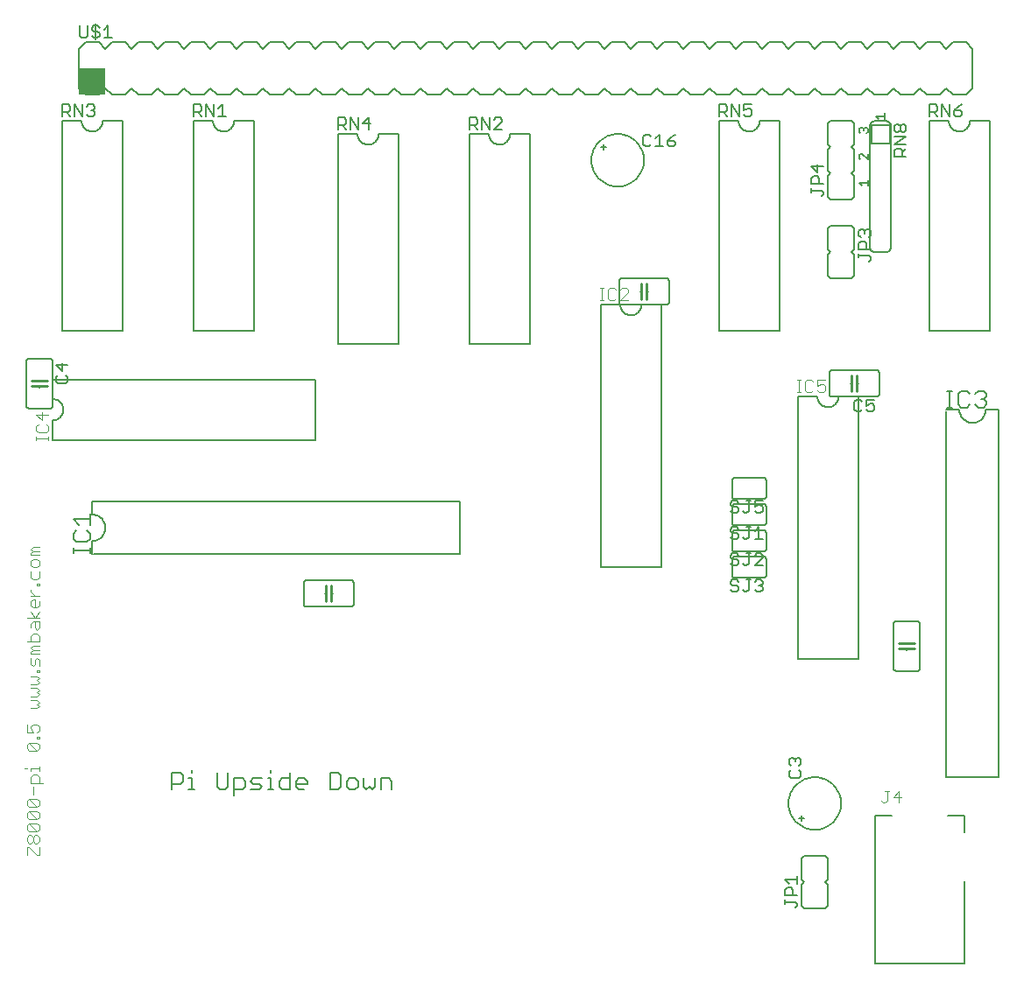
<source format=gto>
G75*
%MOIN*%
%OFA0B0*%
%FSLAX24Y24*%
%IPPOS*%
%LPD*%
%AMOC8*
5,1,8,0,0,1.08239X$1,22.5*
%
%ADD10C,0.0040*%
%ADD11C,0.0060*%
%ADD12C,0.0100*%
%ADD13C,0.0050*%
%ADD14C,0.0070*%
%ADD15C,0.0080*%
%ADD16R,0.1000X0.1000*%
D10*
X001700Y004254D02*
X001700Y004561D01*
X001776Y004561D01*
X002083Y004254D01*
X002160Y004254D01*
X002160Y004561D01*
X002083Y004715D02*
X002007Y004715D01*
X001930Y004792D01*
X001930Y004945D01*
X002007Y005022D01*
X002083Y005022D01*
X002160Y004945D01*
X002160Y004792D01*
X002083Y004715D01*
X001930Y004792D02*
X001853Y004715D01*
X001776Y004715D01*
X001700Y004792D01*
X001700Y004945D01*
X001776Y005022D01*
X001853Y005022D01*
X001930Y004945D01*
X002083Y005175D02*
X001776Y005482D01*
X002083Y005482D01*
X002160Y005405D01*
X002160Y005252D01*
X002083Y005175D01*
X001776Y005175D01*
X001700Y005252D01*
X001700Y005405D01*
X001776Y005482D01*
X001776Y005636D02*
X001700Y005712D01*
X001700Y005866D01*
X001776Y005943D01*
X002083Y005636D01*
X002160Y005712D01*
X002160Y005866D01*
X002083Y005943D01*
X001776Y005943D01*
X001776Y006096D02*
X001700Y006173D01*
X001700Y006326D01*
X001776Y006403D01*
X002083Y006096D01*
X002160Y006173D01*
X002160Y006326D01*
X002083Y006403D01*
X001776Y006403D01*
X001930Y006556D02*
X001930Y006863D01*
X001853Y007017D02*
X001853Y007247D01*
X001930Y007324D01*
X002083Y007324D01*
X002160Y007247D01*
X002160Y007017D01*
X002313Y007017D02*
X001853Y007017D01*
X001853Y007477D02*
X001853Y007554D01*
X002160Y007554D01*
X002160Y007477D02*
X002160Y007631D01*
X001700Y007554D02*
X001623Y007554D01*
X001776Y008245D02*
X001700Y008321D01*
X001700Y008475D01*
X001776Y008551D01*
X002083Y008245D01*
X002160Y008321D01*
X002160Y008475D01*
X002083Y008551D01*
X001776Y008551D01*
X001776Y008245D02*
X002083Y008245D01*
X002083Y008705D02*
X002083Y008782D01*
X002160Y008782D01*
X002160Y008705D01*
X002083Y008705D01*
X002083Y008935D02*
X002160Y009012D01*
X002160Y009165D01*
X002083Y009242D01*
X001930Y009242D01*
X001853Y009165D01*
X001853Y009089D01*
X001930Y008935D01*
X001700Y008935D01*
X001700Y009242D01*
X001853Y009856D02*
X002083Y009856D01*
X002160Y009933D01*
X002083Y010009D01*
X002160Y010086D01*
X002083Y010163D01*
X001853Y010163D01*
X001853Y010316D02*
X002083Y010316D01*
X002160Y010393D01*
X002083Y010470D01*
X002160Y010547D01*
X002083Y010623D01*
X001853Y010623D01*
X001853Y010777D02*
X002083Y010777D01*
X002160Y010853D01*
X002083Y010930D01*
X002160Y011007D01*
X002083Y011084D01*
X001853Y011084D01*
X002083Y011237D02*
X002083Y011314D01*
X002160Y011314D01*
X002160Y011237D01*
X002083Y011237D01*
X002160Y011467D02*
X002160Y011697D01*
X002083Y011774D01*
X002007Y011697D01*
X002007Y011544D01*
X001930Y011467D01*
X001853Y011544D01*
X001853Y011774D01*
X001853Y011928D02*
X001853Y012004D01*
X001930Y012081D01*
X001853Y012158D01*
X001930Y012235D01*
X002160Y012235D01*
X002160Y012388D02*
X002160Y012618D01*
X002083Y012695D01*
X001930Y012695D01*
X001853Y012618D01*
X001853Y012388D01*
X001700Y012388D02*
X002160Y012388D01*
X002160Y012081D02*
X001930Y012081D01*
X001853Y011928D02*
X002160Y011928D01*
X002083Y012848D02*
X002007Y012925D01*
X002007Y013155D01*
X001930Y013155D02*
X002160Y013155D01*
X002160Y012925D01*
X002083Y012848D01*
X001853Y012925D02*
X001853Y013079D01*
X001930Y013155D01*
X002007Y013309D02*
X001853Y013539D01*
X001930Y013693D02*
X001853Y013769D01*
X001853Y013923D01*
X001930Y013999D01*
X002007Y013999D01*
X002007Y013693D01*
X002083Y013693D02*
X001930Y013693D01*
X002083Y013693D02*
X002160Y013769D01*
X002160Y013923D01*
X002160Y014153D02*
X001853Y014153D01*
X001853Y014306D02*
X001853Y014383D01*
X001853Y014306D02*
X002007Y014153D01*
X002083Y014537D02*
X002083Y014613D01*
X002160Y014613D01*
X002160Y014537D01*
X002083Y014537D01*
X002083Y014767D02*
X001930Y014767D01*
X001853Y014844D01*
X001853Y015074D01*
X001930Y015227D02*
X002083Y015227D01*
X002160Y015304D01*
X002160Y015457D01*
X002083Y015534D01*
X001930Y015534D01*
X001853Y015457D01*
X001853Y015304D01*
X001930Y015227D01*
X002160Y015074D02*
X002160Y014844D01*
X002083Y014767D01*
X002160Y015688D02*
X001853Y015688D01*
X001853Y015764D01*
X001930Y015841D01*
X001853Y015918D01*
X001930Y015994D01*
X002160Y015994D01*
X002160Y015841D02*
X001930Y015841D01*
X002160Y013539D02*
X002007Y013309D01*
X002160Y013309D02*
X001700Y013309D01*
X002050Y020054D02*
X002050Y020208D01*
X002050Y020131D02*
X002510Y020131D01*
X002510Y020054D02*
X002510Y020208D01*
X002433Y020361D02*
X002510Y020438D01*
X002510Y020592D01*
X002433Y020668D01*
X002280Y020822D02*
X002280Y021129D01*
X002510Y021052D02*
X002050Y021052D01*
X002280Y020822D01*
X002126Y020668D02*
X002050Y020592D01*
X002050Y020438D01*
X002126Y020361D01*
X002433Y020361D01*
X002083Y006096D02*
X001776Y006096D01*
X001776Y005636D02*
X002083Y005636D01*
X023500Y025404D02*
X023653Y025404D01*
X023577Y025404D02*
X023577Y025865D01*
X023653Y025865D02*
X023500Y025865D01*
X023807Y025788D02*
X023807Y025481D01*
X023884Y025404D01*
X024037Y025404D01*
X024114Y025481D01*
X024267Y025404D02*
X024574Y025711D01*
X024574Y025788D01*
X024498Y025865D01*
X024344Y025865D01*
X024267Y025788D01*
X024114Y025788D02*
X024037Y025865D01*
X023884Y025865D01*
X023807Y025788D01*
X024267Y025404D02*
X024574Y025404D01*
X031000Y022365D02*
X031153Y022365D01*
X031077Y022365D02*
X031077Y021904D01*
X031153Y021904D02*
X031000Y021904D01*
X031307Y021981D02*
X031307Y022288D01*
X031384Y022365D01*
X031537Y022365D01*
X031614Y022288D01*
X031767Y022365D02*
X031767Y022135D01*
X031921Y022211D01*
X031998Y022211D01*
X032074Y022135D01*
X032074Y021981D01*
X031998Y021904D01*
X031844Y021904D01*
X031767Y021981D01*
X031614Y021981D02*
X031537Y021904D01*
X031384Y021904D01*
X031307Y021981D01*
X031767Y022365D02*
X032074Y022365D01*
X034353Y006715D02*
X034507Y006715D01*
X034430Y006715D02*
X034430Y006331D01*
X034353Y006254D01*
X034277Y006254D01*
X034200Y006331D01*
X034660Y006485D02*
X034967Y006485D01*
X034891Y006715D02*
X034891Y006254D01*
X034660Y006485D02*
X034891Y006715D01*
D11*
X036680Y007234D02*
X036680Y021184D01*
X036680Y021234D02*
X037180Y021234D01*
X037182Y021190D01*
X037188Y021147D01*
X037197Y021105D01*
X037210Y021063D01*
X037227Y021023D01*
X037247Y020984D01*
X037270Y020947D01*
X037297Y020913D01*
X037326Y020880D01*
X037359Y020851D01*
X037393Y020824D01*
X037430Y020801D01*
X037469Y020781D01*
X037509Y020764D01*
X037551Y020751D01*
X037593Y020742D01*
X037636Y020736D01*
X037680Y020734D01*
X037724Y020736D01*
X037767Y020742D01*
X037809Y020751D01*
X037851Y020764D01*
X037891Y020781D01*
X037930Y020801D01*
X037967Y020824D01*
X038001Y020851D01*
X038034Y020880D01*
X038063Y020913D01*
X038090Y020947D01*
X038113Y020984D01*
X038133Y021023D01*
X038150Y021063D01*
X038163Y021105D01*
X038172Y021147D01*
X038178Y021190D01*
X038180Y021234D01*
X038680Y021234D01*
X038680Y007234D01*
X036680Y007234D01*
X035580Y011284D02*
X034780Y011284D01*
X034763Y011286D01*
X034746Y011290D01*
X034730Y011297D01*
X034716Y011307D01*
X034703Y011320D01*
X034693Y011334D01*
X034686Y011350D01*
X034682Y011367D01*
X034680Y011384D01*
X034680Y013084D01*
X034682Y013101D01*
X034686Y013118D01*
X034693Y013134D01*
X034703Y013148D01*
X034716Y013161D01*
X034730Y013171D01*
X034746Y013178D01*
X034763Y013182D01*
X034780Y013184D01*
X035580Y013184D01*
X035597Y013182D01*
X035614Y013178D01*
X035630Y013171D01*
X035644Y013161D01*
X035657Y013148D01*
X035667Y013134D01*
X035674Y013118D01*
X035678Y013101D01*
X035680Y013084D01*
X035680Y011384D01*
X035678Y011367D01*
X035674Y011350D01*
X035667Y011334D01*
X035657Y011320D01*
X035644Y011307D01*
X035630Y011297D01*
X035614Y011290D01*
X035597Y011286D01*
X035580Y011284D01*
X035180Y012084D02*
X035180Y012134D01*
X035180Y012334D02*
X035180Y012384D01*
X033330Y011734D02*
X031030Y011734D01*
X031030Y021734D01*
X031780Y021734D01*
X031782Y021695D01*
X031788Y021656D01*
X031797Y021618D01*
X031810Y021581D01*
X031827Y021545D01*
X031847Y021512D01*
X031871Y021480D01*
X031897Y021451D01*
X031926Y021425D01*
X031958Y021401D01*
X031991Y021381D01*
X032027Y021364D01*
X032064Y021351D01*
X032102Y021342D01*
X032141Y021336D01*
X032180Y021334D01*
X032219Y021336D01*
X032258Y021342D01*
X032296Y021351D01*
X032333Y021364D01*
X032369Y021381D01*
X032402Y021401D01*
X032434Y021425D01*
X032463Y021451D01*
X032489Y021480D01*
X032513Y021512D01*
X032533Y021545D01*
X032550Y021581D01*
X032563Y021618D01*
X032572Y021656D01*
X032578Y021695D01*
X032580Y021734D01*
X033330Y021734D01*
X033330Y011734D01*
X029830Y014934D02*
X029830Y015534D01*
X029828Y015551D01*
X029824Y015568D01*
X029817Y015584D01*
X029807Y015598D01*
X029794Y015611D01*
X029780Y015621D01*
X029764Y015628D01*
X029747Y015632D01*
X029730Y015634D01*
X028630Y015634D01*
X028613Y015632D01*
X028596Y015628D01*
X028580Y015621D01*
X028566Y015611D01*
X028553Y015598D01*
X028543Y015584D01*
X028536Y015568D01*
X028532Y015551D01*
X028530Y015534D01*
X028530Y014934D01*
X028532Y014917D01*
X028536Y014900D01*
X028543Y014884D01*
X028553Y014870D01*
X028566Y014857D01*
X028580Y014847D01*
X028596Y014840D01*
X028613Y014836D01*
X028630Y014834D01*
X029730Y014834D01*
X029747Y014836D01*
X029764Y014840D01*
X029780Y014847D01*
X029794Y014857D01*
X029807Y014870D01*
X029817Y014884D01*
X029824Y014900D01*
X029828Y014917D01*
X029830Y014934D01*
X029730Y015834D02*
X028630Y015834D01*
X028613Y015836D01*
X028596Y015840D01*
X028580Y015847D01*
X028566Y015857D01*
X028553Y015870D01*
X028543Y015884D01*
X028536Y015900D01*
X028532Y015917D01*
X028530Y015934D01*
X028530Y016534D01*
X028532Y016551D01*
X028536Y016568D01*
X028543Y016584D01*
X028553Y016598D01*
X028566Y016611D01*
X028580Y016621D01*
X028596Y016628D01*
X028613Y016632D01*
X028630Y016634D01*
X029730Y016634D01*
X029747Y016632D01*
X029764Y016628D01*
X029780Y016621D01*
X029794Y016611D01*
X029807Y016598D01*
X029817Y016584D01*
X029824Y016568D01*
X029828Y016551D01*
X029830Y016534D01*
X029830Y015934D01*
X029828Y015917D01*
X029824Y015900D01*
X029817Y015884D01*
X029807Y015870D01*
X029794Y015857D01*
X029780Y015847D01*
X029764Y015840D01*
X029747Y015836D01*
X029730Y015834D01*
X029730Y016834D02*
X028630Y016834D01*
X028613Y016836D01*
X028596Y016840D01*
X028580Y016847D01*
X028566Y016857D01*
X028553Y016870D01*
X028543Y016884D01*
X028536Y016900D01*
X028532Y016917D01*
X028530Y016934D01*
X028530Y017534D01*
X028532Y017551D01*
X028536Y017568D01*
X028543Y017584D01*
X028553Y017598D01*
X028566Y017611D01*
X028580Y017621D01*
X028596Y017628D01*
X028613Y017632D01*
X028630Y017634D01*
X029730Y017634D01*
X029747Y017632D01*
X029764Y017628D01*
X029780Y017621D01*
X029794Y017611D01*
X029807Y017598D01*
X029817Y017584D01*
X029824Y017568D01*
X029828Y017551D01*
X029830Y017534D01*
X029830Y016934D01*
X029828Y016917D01*
X029824Y016900D01*
X029817Y016884D01*
X029807Y016870D01*
X029794Y016857D01*
X029780Y016847D01*
X029764Y016840D01*
X029747Y016836D01*
X029730Y016834D01*
X029730Y017834D02*
X028630Y017834D01*
X028613Y017836D01*
X028596Y017840D01*
X028580Y017847D01*
X028566Y017857D01*
X028553Y017870D01*
X028543Y017884D01*
X028536Y017900D01*
X028532Y017917D01*
X028530Y017934D01*
X028530Y018534D01*
X028532Y018551D01*
X028536Y018568D01*
X028543Y018584D01*
X028553Y018598D01*
X028566Y018611D01*
X028580Y018621D01*
X028596Y018628D01*
X028613Y018632D01*
X028630Y018634D01*
X029730Y018634D01*
X029747Y018632D01*
X029764Y018628D01*
X029780Y018621D01*
X029794Y018611D01*
X029807Y018598D01*
X029817Y018584D01*
X029824Y018568D01*
X029828Y018551D01*
X029830Y018534D01*
X029830Y017934D01*
X029828Y017917D01*
X029824Y017900D01*
X029817Y017884D01*
X029807Y017870D01*
X029794Y017857D01*
X029780Y017847D01*
X029764Y017840D01*
X029747Y017836D01*
X029730Y017834D01*
X025830Y015234D02*
X023530Y015234D01*
X023530Y025234D01*
X024280Y025234D01*
X024330Y025234D02*
X026030Y025234D01*
X026047Y025236D01*
X026064Y025240D01*
X026080Y025247D01*
X026094Y025257D01*
X026107Y025270D01*
X026117Y025284D01*
X026124Y025300D01*
X026128Y025317D01*
X026130Y025334D01*
X026130Y026134D01*
X026128Y026151D01*
X026124Y026168D01*
X026117Y026184D01*
X026107Y026198D01*
X026094Y026211D01*
X026080Y026221D01*
X026064Y026228D01*
X026047Y026232D01*
X026030Y026234D01*
X024330Y026234D01*
X024313Y026232D01*
X024296Y026228D01*
X024280Y026221D01*
X024266Y026211D01*
X024253Y026198D01*
X024243Y026184D01*
X024236Y026168D01*
X024232Y026151D01*
X024230Y026134D01*
X024230Y025334D01*
X024232Y025317D01*
X024236Y025300D01*
X024243Y025284D01*
X024253Y025270D01*
X024266Y025257D01*
X024280Y025247D01*
X024296Y025240D01*
X024313Y025236D01*
X024330Y025234D01*
X024280Y025234D02*
X024282Y025195D01*
X024288Y025156D01*
X024297Y025118D01*
X024310Y025081D01*
X024327Y025045D01*
X024347Y025012D01*
X024371Y024980D01*
X024397Y024951D01*
X024426Y024925D01*
X024458Y024901D01*
X024491Y024881D01*
X024527Y024864D01*
X024564Y024851D01*
X024602Y024842D01*
X024641Y024836D01*
X024680Y024834D01*
X024719Y024836D01*
X024758Y024842D01*
X024796Y024851D01*
X024833Y024864D01*
X024869Y024881D01*
X024902Y024901D01*
X024934Y024925D01*
X024963Y024951D01*
X024989Y024980D01*
X025013Y025012D01*
X025033Y025045D01*
X025050Y025081D01*
X025063Y025118D01*
X025072Y025156D01*
X025078Y025195D01*
X025080Y025234D01*
X025830Y025234D01*
X025830Y015234D01*
X032330Y021734D02*
X034030Y021734D01*
X034047Y021736D01*
X034064Y021740D01*
X034080Y021747D01*
X034094Y021757D01*
X034107Y021770D01*
X034117Y021784D01*
X034124Y021800D01*
X034128Y021817D01*
X034130Y021834D01*
X034130Y022634D01*
X034128Y022651D01*
X034124Y022668D01*
X034117Y022684D01*
X034107Y022698D01*
X034094Y022711D01*
X034080Y022721D01*
X034064Y022728D01*
X034047Y022732D01*
X034030Y022734D01*
X032330Y022734D01*
X032313Y022732D01*
X032296Y022728D01*
X032280Y022721D01*
X032266Y022711D01*
X032253Y022698D01*
X032243Y022684D01*
X032236Y022668D01*
X032232Y022651D01*
X032230Y022634D01*
X032230Y021834D01*
X032232Y021817D01*
X032236Y021800D01*
X032243Y021784D01*
X032253Y021770D01*
X032266Y021757D01*
X032280Y021747D01*
X032296Y021740D01*
X032313Y021736D01*
X032330Y021734D01*
X033030Y022234D02*
X033080Y022234D01*
X033280Y022234D02*
X033330Y022234D01*
X036030Y024234D02*
X038330Y024234D01*
X038330Y032234D01*
X037580Y032234D01*
X037578Y032195D01*
X037572Y032156D01*
X037563Y032118D01*
X037550Y032081D01*
X037533Y032045D01*
X037513Y032012D01*
X037489Y031980D01*
X037463Y031951D01*
X037434Y031925D01*
X037402Y031901D01*
X037369Y031881D01*
X037333Y031864D01*
X037296Y031851D01*
X037258Y031842D01*
X037219Y031836D01*
X037180Y031834D01*
X037141Y031836D01*
X037102Y031842D01*
X037064Y031851D01*
X037027Y031864D01*
X036991Y031881D01*
X036958Y031901D01*
X036926Y031925D01*
X036897Y031951D01*
X036871Y031980D01*
X036847Y032012D01*
X036827Y032045D01*
X036810Y032081D01*
X036797Y032118D01*
X036788Y032156D01*
X036782Y032195D01*
X036780Y032234D01*
X036030Y032234D01*
X036030Y024234D01*
X033180Y026334D02*
X033180Y027134D01*
X033080Y027234D01*
X033180Y027334D01*
X033180Y028134D01*
X033080Y028234D01*
X032280Y028234D01*
X032180Y028134D01*
X032180Y027334D01*
X032280Y027234D01*
X032180Y027134D01*
X032180Y026334D01*
X032280Y026234D01*
X033080Y026234D01*
X033180Y026334D01*
X033980Y027234D02*
X034380Y027234D01*
X034406Y027236D01*
X034432Y027241D01*
X034457Y027249D01*
X034480Y027261D01*
X034502Y027275D01*
X034521Y027293D01*
X034539Y027312D01*
X034553Y027334D01*
X034565Y027357D01*
X034573Y027382D01*
X034578Y027408D01*
X034580Y027434D01*
X034580Y032034D01*
X034530Y032084D02*
X033830Y032084D01*
X033830Y031384D01*
X034530Y031384D01*
X034530Y032084D01*
X034580Y032034D02*
X034578Y032060D01*
X034573Y032086D01*
X034565Y032111D01*
X034553Y032134D01*
X034539Y032156D01*
X034521Y032175D01*
X034502Y032193D01*
X034480Y032207D01*
X034457Y032219D01*
X034432Y032227D01*
X034406Y032232D01*
X034380Y032234D01*
X033980Y032234D01*
X033954Y032232D01*
X033928Y032227D01*
X033903Y032219D01*
X033880Y032207D01*
X033858Y032193D01*
X033839Y032175D01*
X033821Y032156D01*
X033807Y032134D01*
X033795Y032111D01*
X033787Y032086D01*
X033782Y032060D01*
X033780Y032034D01*
X033780Y027434D01*
X033782Y027408D01*
X033787Y027382D01*
X033795Y027357D01*
X033807Y027334D01*
X033821Y027312D01*
X033839Y027293D01*
X033858Y027275D01*
X033880Y027261D01*
X033903Y027249D01*
X033928Y027241D01*
X033954Y027236D01*
X033980Y027234D01*
X033080Y029234D02*
X032280Y029234D01*
X032180Y029334D01*
X032180Y030134D01*
X032280Y030234D01*
X032180Y030334D01*
X032180Y031134D01*
X032280Y031234D01*
X032180Y031334D01*
X032180Y032134D01*
X032280Y032234D01*
X033080Y032234D01*
X033180Y032134D01*
X033180Y031334D01*
X033080Y031234D01*
X033180Y031134D01*
X033180Y030334D01*
X033080Y030234D01*
X033180Y030134D01*
X033180Y029334D01*
X033080Y029234D01*
X030330Y032234D02*
X029580Y032234D01*
X029578Y032195D01*
X029572Y032156D01*
X029563Y032118D01*
X029550Y032081D01*
X029533Y032045D01*
X029513Y032012D01*
X029489Y031980D01*
X029463Y031951D01*
X029434Y031925D01*
X029402Y031901D01*
X029369Y031881D01*
X029333Y031864D01*
X029296Y031851D01*
X029258Y031842D01*
X029219Y031836D01*
X029180Y031834D01*
X029141Y031836D01*
X029102Y031842D01*
X029064Y031851D01*
X029027Y031864D01*
X028991Y031881D01*
X028958Y031901D01*
X028926Y031925D01*
X028897Y031951D01*
X028871Y031980D01*
X028847Y032012D01*
X028827Y032045D01*
X028810Y032081D01*
X028797Y032118D01*
X028788Y032156D01*
X028782Y032195D01*
X028780Y032234D01*
X028030Y032234D01*
X028030Y024234D01*
X030330Y024234D01*
X030330Y032234D01*
X030430Y033234D02*
X029930Y033234D01*
X029680Y033484D01*
X029430Y033234D01*
X028930Y033234D01*
X028680Y033484D01*
X028430Y033234D01*
X027930Y033234D01*
X027680Y033484D01*
X027430Y033234D01*
X026930Y033234D01*
X026680Y033484D01*
X026430Y033234D01*
X025930Y033234D01*
X025680Y033484D01*
X025430Y033234D01*
X024930Y033234D01*
X024680Y033484D01*
X024430Y033234D01*
X023930Y033234D01*
X023680Y033484D01*
X023430Y033234D01*
X022930Y033234D01*
X022680Y033484D01*
X022430Y033234D01*
X021930Y033234D01*
X021680Y033484D01*
X021430Y033234D01*
X020930Y033234D01*
X020680Y033484D01*
X020430Y033234D01*
X019930Y033234D01*
X019680Y033484D01*
X019430Y033234D01*
X018930Y033234D01*
X018680Y033484D01*
X018430Y033234D01*
X017930Y033234D01*
X017680Y033484D01*
X017430Y033234D01*
X016930Y033234D01*
X016680Y033484D01*
X016430Y033234D01*
X015930Y033234D01*
X015680Y033484D01*
X015430Y033234D01*
X014930Y033234D01*
X014680Y033484D01*
X014430Y033234D01*
X013930Y033234D01*
X013680Y033484D01*
X013430Y033234D01*
X012930Y033234D01*
X012680Y033484D01*
X012430Y033234D01*
X011930Y033234D01*
X011680Y033484D01*
X011430Y033234D01*
X010930Y033234D01*
X010680Y033484D01*
X010430Y033234D01*
X009930Y033234D01*
X009680Y033484D01*
X009430Y033234D01*
X008930Y033234D01*
X008680Y033484D01*
X008430Y033234D01*
X007930Y033234D01*
X007680Y033484D01*
X007430Y033234D01*
X006930Y033234D01*
X006680Y033484D01*
X006430Y033234D01*
X005930Y033234D01*
X005680Y033484D01*
X005430Y033234D01*
X004930Y033234D01*
X004680Y033484D01*
X004430Y033234D01*
X003930Y033234D01*
X003680Y033484D01*
X003680Y034984D01*
X003930Y035234D01*
X004430Y035234D01*
X004680Y034984D01*
X004930Y035234D01*
X005430Y035234D01*
X005680Y034984D01*
X005930Y035234D01*
X006430Y035234D01*
X006680Y034984D01*
X006930Y035234D01*
X007430Y035234D01*
X007680Y034984D01*
X007930Y035234D01*
X008430Y035234D01*
X008680Y034984D01*
X008930Y035234D01*
X009430Y035234D01*
X009680Y034984D01*
X009930Y035234D01*
X010430Y035234D01*
X010680Y034984D01*
X010930Y035234D01*
X011430Y035234D01*
X011680Y034984D01*
X011930Y035234D01*
X012430Y035234D01*
X012680Y034984D01*
X012930Y035234D01*
X013430Y035234D01*
X013680Y034984D01*
X013930Y035234D01*
X014430Y035234D01*
X014680Y034984D01*
X014930Y035234D01*
X015430Y035234D01*
X015680Y034984D01*
X015930Y035234D01*
X016430Y035234D01*
X016680Y034984D01*
X016930Y035234D01*
X017430Y035234D01*
X017680Y034984D01*
X017930Y035234D01*
X018430Y035234D01*
X018680Y034984D01*
X018930Y035234D01*
X019430Y035234D01*
X019680Y034984D01*
X019930Y035234D01*
X020430Y035234D01*
X020680Y034984D01*
X020930Y035234D01*
X021430Y035234D01*
X021680Y034984D01*
X021930Y035234D01*
X022430Y035234D01*
X022680Y034984D01*
X022930Y035234D01*
X023430Y035234D01*
X023680Y034984D01*
X023930Y035234D01*
X024430Y035234D01*
X024680Y034984D01*
X024930Y035234D01*
X025430Y035234D01*
X025680Y034984D01*
X025930Y035234D01*
X026430Y035234D01*
X026680Y034984D01*
X026930Y035234D01*
X027430Y035234D01*
X027680Y034984D01*
X027930Y035234D01*
X028430Y035234D01*
X028680Y034984D01*
X028930Y035234D01*
X029430Y035234D01*
X029680Y034984D01*
X029930Y035234D01*
X030430Y035234D01*
X030680Y034984D01*
X030930Y035234D01*
X031430Y035234D01*
X031680Y034984D01*
X031930Y035234D01*
X032430Y035234D01*
X032680Y034984D01*
X032930Y035234D01*
X033430Y035234D01*
X033680Y034984D01*
X033930Y035234D01*
X034430Y035234D01*
X034680Y034984D01*
X034930Y035234D01*
X035430Y035234D01*
X035680Y034984D01*
X035930Y035234D01*
X036430Y035234D01*
X036680Y034984D01*
X036930Y035234D01*
X037430Y035234D01*
X037680Y034984D01*
X037680Y033484D01*
X037430Y033234D01*
X036930Y033234D01*
X036680Y033484D01*
X036430Y033234D01*
X035930Y033234D01*
X035680Y033484D01*
X035430Y033234D01*
X034930Y033234D01*
X034680Y033484D01*
X034430Y033234D01*
X033930Y033234D01*
X033680Y033484D01*
X033430Y033234D01*
X032930Y033234D01*
X032680Y033484D01*
X032430Y033234D01*
X031930Y033234D01*
X031680Y033484D01*
X031430Y033234D01*
X030930Y033234D01*
X030680Y033484D01*
X030430Y033234D01*
X023180Y030734D02*
X023182Y030797D01*
X023188Y030859D01*
X023198Y030921D01*
X023211Y030983D01*
X023229Y031043D01*
X023250Y031102D01*
X023275Y031160D01*
X023304Y031216D01*
X023336Y031270D01*
X023371Y031322D01*
X023409Y031371D01*
X023451Y031419D01*
X023495Y031463D01*
X023543Y031505D01*
X023592Y031543D01*
X023644Y031578D01*
X023698Y031610D01*
X023754Y031639D01*
X023812Y031664D01*
X023871Y031685D01*
X023931Y031703D01*
X023993Y031716D01*
X024055Y031726D01*
X024117Y031732D01*
X024180Y031734D01*
X024243Y031732D01*
X024305Y031726D01*
X024367Y031716D01*
X024429Y031703D01*
X024489Y031685D01*
X024548Y031664D01*
X024606Y031639D01*
X024662Y031610D01*
X024716Y031578D01*
X024768Y031543D01*
X024817Y031505D01*
X024865Y031463D01*
X024909Y031419D01*
X024951Y031371D01*
X024989Y031322D01*
X025024Y031270D01*
X025056Y031216D01*
X025085Y031160D01*
X025110Y031102D01*
X025131Y031043D01*
X025149Y030983D01*
X025162Y030921D01*
X025172Y030859D01*
X025178Y030797D01*
X025180Y030734D01*
X025178Y030671D01*
X025172Y030609D01*
X025162Y030547D01*
X025149Y030485D01*
X025131Y030425D01*
X025110Y030366D01*
X025085Y030308D01*
X025056Y030252D01*
X025024Y030198D01*
X024989Y030146D01*
X024951Y030097D01*
X024909Y030049D01*
X024865Y030005D01*
X024817Y029963D01*
X024768Y029925D01*
X024716Y029890D01*
X024662Y029858D01*
X024606Y029829D01*
X024548Y029804D01*
X024489Y029783D01*
X024429Y029765D01*
X024367Y029752D01*
X024305Y029742D01*
X024243Y029736D01*
X024180Y029734D01*
X024117Y029736D01*
X024055Y029742D01*
X023993Y029752D01*
X023931Y029765D01*
X023871Y029783D01*
X023812Y029804D01*
X023754Y029829D01*
X023698Y029858D01*
X023644Y029890D01*
X023592Y029925D01*
X023543Y029963D01*
X023495Y030005D01*
X023451Y030049D01*
X023409Y030097D01*
X023371Y030146D01*
X023336Y030198D01*
X023304Y030252D01*
X023275Y030308D01*
X023250Y030366D01*
X023229Y030425D01*
X023211Y030485D01*
X023198Y030547D01*
X023188Y030609D01*
X023182Y030671D01*
X023180Y030734D01*
X023630Y031134D02*
X023630Y031234D01*
X023630Y031334D01*
X023630Y031234D02*
X023730Y031234D01*
X023630Y031234D02*
X023530Y031234D01*
X020830Y031734D02*
X020080Y031734D01*
X020078Y031695D01*
X020072Y031656D01*
X020063Y031618D01*
X020050Y031581D01*
X020033Y031545D01*
X020013Y031512D01*
X019989Y031480D01*
X019963Y031451D01*
X019934Y031425D01*
X019902Y031401D01*
X019869Y031381D01*
X019833Y031364D01*
X019796Y031351D01*
X019758Y031342D01*
X019719Y031336D01*
X019680Y031334D01*
X019641Y031336D01*
X019602Y031342D01*
X019564Y031351D01*
X019527Y031364D01*
X019491Y031381D01*
X019458Y031401D01*
X019426Y031425D01*
X019397Y031451D01*
X019371Y031480D01*
X019347Y031512D01*
X019327Y031545D01*
X019310Y031581D01*
X019297Y031618D01*
X019288Y031656D01*
X019282Y031695D01*
X019280Y031734D01*
X018530Y031734D01*
X018530Y023734D01*
X020830Y023734D01*
X020830Y031734D01*
X015830Y031734D02*
X015080Y031734D01*
X015078Y031695D01*
X015072Y031656D01*
X015063Y031618D01*
X015050Y031581D01*
X015033Y031545D01*
X015013Y031512D01*
X014989Y031480D01*
X014963Y031451D01*
X014934Y031425D01*
X014902Y031401D01*
X014869Y031381D01*
X014833Y031364D01*
X014796Y031351D01*
X014758Y031342D01*
X014719Y031336D01*
X014680Y031334D01*
X014641Y031336D01*
X014602Y031342D01*
X014564Y031351D01*
X014527Y031364D01*
X014491Y031381D01*
X014458Y031401D01*
X014426Y031425D01*
X014397Y031451D01*
X014371Y031480D01*
X014347Y031512D01*
X014327Y031545D01*
X014310Y031581D01*
X014297Y031618D01*
X014288Y031656D01*
X014282Y031695D01*
X014280Y031734D01*
X013530Y031734D01*
X013530Y023734D01*
X015830Y023734D01*
X015830Y031734D01*
X010330Y032234D02*
X009580Y032234D01*
X009578Y032195D01*
X009572Y032156D01*
X009563Y032118D01*
X009550Y032081D01*
X009533Y032045D01*
X009513Y032012D01*
X009489Y031980D01*
X009463Y031951D01*
X009434Y031925D01*
X009402Y031901D01*
X009369Y031881D01*
X009333Y031864D01*
X009296Y031851D01*
X009258Y031842D01*
X009219Y031836D01*
X009180Y031834D01*
X009141Y031836D01*
X009102Y031842D01*
X009064Y031851D01*
X009027Y031864D01*
X008991Y031881D01*
X008958Y031901D01*
X008926Y031925D01*
X008897Y031951D01*
X008871Y031980D01*
X008847Y032012D01*
X008827Y032045D01*
X008810Y032081D01*
X008797Y032118D01*
X008788Y032156D01*
X008782Y032195D01*
X008780Y032234D01*
X008030Y032234D01*
X008030Y024234D01*
X010330Y024234D01*
X010330Y032234D01*
X005330Y032234D02*
X004580Y032234D01*
X004578Y032195D01*
X004572Y032156D01*
X004563Y032118D01*
X004550Y032081D01*
X004533Y032045D01*
X004513Y032012D01*
X004489Y031980D01*
X004463Y031951D01*
X004434Y031925D01*
X004402Y031901D01*
X004369Y031881D01*
X004333Y031864D01*
X004296Y031851D01*
X004258Y031842D01*
X004219Y031836D01*
X004180Y031834D01*
X004141Y031836D01*
X004102Y031842D01*
X004064Y031851D01*
X004027Y031864D01*
X003991Y031881D01*
X003958Y031901D01*
X003926Y031925D01*
X003897Y031951D01*
X003871Y031980D01*
X003847Y032012D01*
X003827Y032045D01*
X003810Y032081D01*
X003797Y032118D01*
X003788Y032156D01*
X003782Y032195D01*
X003780Y032234D01*
X003030Y032234D01*
X003030Y024234D01*
X005330Y024234D01*
X005330Y032234D01*
X002580Y023184D02*
X001780Y023184D01*
X001763Y023182D01*
X001746Y023178D01*
X001730Y023171D01*
X001716Y023161D01*
X001703Y023148D01*
X001693Y023134D01*
X001686Y023118D01*
X001682Y023101D01*
X001680Y023084D01*
X001680Y021384D01*
X001682Y021367D01*
X001686Y021350D01*
X001693Y021334D01*
X001703Y021320D01*
X001716Y021307D01*
X001730Y021297D01*
X001746Y021290D01*
X001763Y021286D01*
X001780Y021284D01*
X002580Y021284D01*
X002597Y021286D01*
X002614Y021290D01*
X002630Y021297D01*
X002644Y021307D01*
X002657Y021320D01*
X002667Y021334D01*
X002674Y021350D01*
X002678Y021367D01*
X002680Y021384D01*
X002680Y023084D01*
X002678Y023101D01*
X002674Y023118D01*
X002667Y023134D01*
X002657Y023148D01*
X002644Y023161D01*
X002630Y023171D01*
X002614Y023178D01*
X002597Y023182D01*
X002580Y023184D01*
X002680Y022384D02*
X002680Y021634D01*
X002719Y021632D01*
X002758Y021626D01*
X002796Y021617D01*
X002833Y021604D01*
X002869Y021587D01*
X002902Y021567D01*
X002934Y021543D01*
X002963Y021517D01*
X002989Y021488D01*
X003013Y021456D01*
X003033Y021423D01*
X003050Y021387D01*
X003063Y021350D01*
X003072Y021312D01*
X003078Y021273D01*
X003080Y021234D01*
X003078Y021195D01*
X003072Y021156D01*
X003063Y021118D01*
X003050Y021081D01*
X003033Y021045D01*
X003013Y021012D01*
X002989Y020980D01*
X002963Y020951D01*
X002934Y020925D01*
X002902Y020901D01*
X002869Y020881D01*
X002833Y020864D01*
X002796Y020851D01*
X002758Y020842D01*
X002719Y020836D01*
X002680Y020834D01*
X002680Y020084D01*
X012680Y020084D01*
X012680Y022384D01*
X002680Y022384D01*
X002180Y022384D02*
X002180Y022334D01*
X002180Y022134D02*
X002180Y022084D01*
X004180Y017734D02*
X018180Y017734D01*
X018180Y015734D01*
X004230Y015734D01*
X004180Y015734D02*
X004180Y016234D01*
X004224Y016236D01*
X004267Y016242D01*
X004309Y016251D01*
X004351Y016264D01*
X004391Y016281D01*
X004430Y016301D01*
X004467Y016324D01*
X004501Y016351D01*
X004534Y016380D01*
X004563Y016413D01*
X004590Y016447D01*
X004613Y016484D01*
X004633Y016523D01*
X004650Y016563D01*
X004663Y016605D01*
X004672Y016647D01*
X004678Y016690D01*
X004680Y016734D01*
X004678Y016778D01*
X004672Y016821D01*
X004663Y016863D01*
X004650Y016905D01*
X004633Y016945D01*
X004613Y016984D01*
X004590Y017021D01*
X004563Y017055D01*
X004534Y017088D01*
X004501Y017117D01*
X004467Y017144D01*
X004430Y017167D01*
X004391Y017187D01*
X004351Y017204D01*
X004309Y017217D01*
X004267Y017226D01*
X004224Y017232D01*
X004180Y017234D01*
X004180Y017734D01*
X012230Y014634D02*
X012230Y013834D01*
X012232Y013817D01*
X012236Y013800D01*
X012243Y013784D01*
X012253Y013770D01*
X012266Y013757D01*
X012280Y013747D01*
X012296Y013740D01*
X012313Y013736D01*
X012330Y013734D01*
X014030Y013734D01*
X014047Y013736D01*
X014064Y013740D01*
X014080Y013747D01*
X014094Y013757D01*
X014107Y013770D01*
X014117Y013784D01*
X014124Y013800D01*
X014128Y013817D01*
X014130Y013834D01*
X014130Y014634D01*
X014128Y014651D01*
X014124Y014668D01*
X014117Y014684D01*
X014107Y014698D01*
X014094Y014711D01*
X014080Y014721D01*
X014064Y014728D01*
X014047Y014732D01*
X014030Y014734D01*
X012330Y014734D01*
X012313Y014732D01*
X012296Y014728D01*
X012280Y014721D01*
X012266Y014711D01*
X012253Y014698D01*
X012243Y014684D01*
X012236Y014668D01*
X012232Y014651D01*
X012230Y014634D01*
X013030Y014234D02*
X013080Y014234D01*
X013280Y014234D02*
X013330Y014234D01*
X013226Y007405D02*
X013546Y007405D01*
X013653Y007298D01*
X013653Y006871D01*
X013546Y006764D01*
X013226Y006764D01*
X013226Y007405D01*
X013870Y007085D02*
X013870Y006871D01*
X013977Y006764D01*
X014191Y006764D01*
X014297Y006871D01*
X014297Y007085D01*
X014191Y007192D01*
X013977Y007192D01*
X013870Y007085D01*
X014515Y007192D02*
X014515Y006871D01*
X014622Y006764D01*
X014728Y006871D01*
X014835Y006764D01*
X014942Y006871D01*
X014942Y007192D01*
X015159Y007192D02*
X015159Y006764D01*
X015586Y006764D02*
X015586Y007085D01*
X015480Y007192D01*
X015159Y007192D01*
X012364Y007085D02*
X012364Y006978D01*
X011937Y006978D01*
X011937Y006871D02*
X011937Y007085D01*
X012043Y007192D01*
X012257Y007192D01*
X012364Y007085D01*
X012257Y006764D02*
X012043Y006764D01*
X011937Y006871D01*
X011719Y006764D02*
X011399Y006764D01*
X011292Y006871D01*
X011292Y007085D01*
X011399Y007192D01*
X011719Y007192D01*
X011719Y007405D02*
X011719Y006764D01*
X011076Y006764D02*
X010862Y006764D01*
X010969Y006764D02*
X010969Y007192D01*
X010862Y007192D01*
X010645Y007192D02*
X010325Y007192D01*
X010218Y007085D01*
X010325Y006978D01*
X010538Y006978D01*
X010645Y006871D01*
X010538Y006764D01*
X010218Y006764D01*
X010000Y006871D02*
X010000Y007085D01*
X009894Y007192D01*
X009573Y007192D01*
X009573Y006551D01*
X009573Y006764D02*
X009894Y006764D01*
X010000Y006871D01*
X009356Y006871D02*
X009356Y007405D01*
X008929Y007405D02*
X008929Y006871D01*
X009036Y006764D01*
X009249Y006764D01*
X009356Y006871D01*
X008068Y006764D02*
X007855Y006764D01*
X007961Y006764D02*
X007961Y007192D01*
X007855Y007192D01*
X007961Y007405D02*
X007961Y007512D01*
X007637Y007298D02*
X007637Y007085D01*
X007530Y006978D01*
X007210Y006978D01*
X007210Y006764D02*
X007210Y007405D01*
X007530Y007405D01*
X007637Y007298D01*
X010969Y007405D02*
X010969Y007512D01*
X025030Y025734D02*
X025080Y025734D01*
X025280Y025734D02*
X025330Y025734D01*
X030680Y006234D02*
X030682Y006297D01*
X030688Y006359D01*
X030698Y006421D01*
X030711Y006483D01*
X030729Y006543D01*
X030750Y006602D01*
X030775Y006660D01*
X030804Y006716D01*
X030836Y006770D01*
X030871Y006822D01*
X030909Y006871D01*
X030951Y006919D01*
X030995Y006963D01*
X031043Y007005D01*
X031092Y007043D01*
X031144Y007078D01*
X031198Y007110D01*
X031254Y007139D01*
X031312Y007164D01*
X031371Y007185D01*
X031431Y007203D01*
X031493Y007216D01*
X031555Y007226D01*
X031617Y007232D01*
X031680Y007234D01*
X031743Y007232D01*
X031805Y007226D01*
X031867Y007216D01*
X031929Y007203D01*
X031989Y007185D01*
X032048Y007164D01*
X032106Y007139D01*
X032162Y007110D01*
X032216Y007078D01*
X032268Y007043D01*
X032317Y007005D01*
X032365Y006963D01*
X032409Y006919D01*
X032451Y006871D01*
X032489Y006822D01*
X032524Y006770D01*
X032556Y006716D01*
X032585Y006660D01*
X032610Y006602D01*
X032631Y006543D01*
X032649Y006483D01*
X032662Y006421D01*
X032672Y006359D01*
X032678Y006297D01*
X032680Y006234D01*
X032678Y006171D01*
X032672Y006109D01*
X032662Y006047D01*
X032649Y005985D01*
X032631Y005925D01*
X032610Y005866D01*
X032585Y005808D01*
X032556Y005752D01*
X032524Y005698D01*
X032489Y005646D01*
X032451Y005597D01*
X032409Y005549D01*
X032365Y005505D01*
X032317Y005463D01*
X032268Y005425D01*
X032216Y005390D01*
X032162Y005358D01*
X032106Y005329D01*
X032048Y005304D01*
X031989Y005283D01*
X031929Y005265D01*
X031867Y005252D01*
X031805Y005242D01*
X031743Y005236D01*
X031680Y005234D01*
X031617Y005236D01*
X031555Y005242D01*
X031493Y005252D01*
X031431Y005265D01*
X031371Y005283D01*
X031312Y005304D01*
X031254Y005329D01*
X031198Y005358D01*
X031144Y005390D01*
X031092Y005425D01*
X031043Y005463D01*
X030995Y005505D01*
X030951Y005549D01*
X030909Y005597D01*
X030871Y005646D01*
X030836Y005698D01*
X030804Y005752D01*
X030775Y005808D01*
X030750Y005866D01*
X030729Y005925D01*
X030711Y005985D01*
X030698Y006047D01*
X030688Y006109D01*
X030682Y006171D01*
X030680Y006234D01*
X031180Y005784D02*
X031180Y005684D01*
X031080Y005684D01*
X031180Y005684D02*
X031280Y005684D01*
X031180Y005684D02*
X031180Y005584D01*
X031280Y004234D02*
X031180Y004134D01*
X031180Y003334D01*
X031280Y003234D01*
X031180Y003134D01*
X031180Y002334D01*
X031280Y002234D01*
X032080Y002234D01*
X032180Y002334D01*
X032180Y003134D01*
X032080Y003234D01*
X032180Y003334D01*
X032180Y004134D01*
X032080Y004234D01*
X031280Y004234D01*
D12*
X034880Y012134D02*
X035180Y012134D01*
X035480Y012134D01*
X035480Y012334D02*
X035180Y012334D01*
X034880Y012334D01*
X033280Y021934D02*
X033280Y022234D01*
X033280Y022534D01*
X033080Y022534D02*
X033080Y022234D01*
X033080Y021934D01*
X025280Y025434D02*
X025280Y025734D01*
X025280Y026034D01*
X025080Y026034D02*
X025080Y025734D01*
X025080Y025434D01*
X013280Y014534D02*
X013280Y014234D01*
X013280Y013934D01*
X013080Y013934D02*
X013080Y014234D01*
X013080Y014534D01*
X002480Y022134D02*
X002180Y022134D01*
X001880Y022134D01*
X001880Y022334D02*
X002180Y022334D01*
X002480Y022334D01*
D13*
X002805Y022314D02*
X002880Y022239D01*
X003180Y022239D01*
X003255Y022314D01*
X003255Y022464D01*
X003180Y022539D01*
X003030Y022699D02*
X003030Y022999D01*
X003255Y022924D02*
X002805Y022924D01*
X003030Y022699D01*
X002880Y022539D02*
X002805Y022464D01*
X002805Y022314D01*
X003055Y032409D02*
X003055Y032860D01*
X003280Y032860D01*
X003355Y032785D01*
X003355Y032635D01*
X003280Y032560D01*
X003055Y032560D01*
X003205Y032560D02*
X003355Y032409D01*
X003515Y032409D02*
X003515Y032860D01*
X003816Y032409D01*
X003816Y032860D01*
X003976Y032785D02*
X004051Y032860D01*
X004201Y032860D01*
X004276Y032785D01*
X004276Y032710D01*
X004201Y032635D01*
X004276Y032560D01*
X004276Y032485D01*
X004201Y032409D01*
X004051Y032409D01*
X003976Y032485D01*
X004126Y032635D02*
X004201Y032635D01*
X004316Y035334D02*
X004316Y035935D01*
X004391Y035860D02*
X004466Y035785D01*
X004391Y035860D02*
X004240Y035860D01*
X004165Y035785D01*
X004165Y035710D01*
X004240Y035635D01*
X004391Y035635D01*
X004466Y035560D01*
X004466Y035485D01*
X004391Y035409D01*
X004240Y035409D01*
X004165Y035485D01*
X004005Y035485D02*
X003930Y035409D01*
X003780Y035409D01*
X003705Y035485D01*
X003705Y035860D01*
X004005Y035860D02*
X004005Y035485D01*
X004626Y035409D02*
X004926Y035409D01*
X004776Y035409D02*
X004776Y035860D01*
X004626Y035710D01*
X008055Y032860D02*
X008280Y032860D01*
X008355Y032785D01*
X008355Y032635D01*
X008280Y032560D01*
X008055Y032560D01*
X008205Y032560D02*
X008355Y032409D01*
X008515Y032409D02*
X008515Y032860D01*
X008816Y032409D01*
X008816Y032860D01*
X008976Y032710D02*
X009126Y032860D01*
X009126Y032409D01*
X008976Y032409D02*
X009276Y032409D01*
X008055Y032409D02*
X008055Y032860D01*
X013555Y032360D02*
X013555Y031909D01*
X013555Y032060D02*
X013780Y032060D01*
X013855Y032135D01*
X013855Y032285D01*
X013780Y032360D01*
X013555Y032360D01*
X013705Y032060D02*
X013855Y031909D01*
X014015Y031909D02*
X014015Y032360D01*
X014316Y031909D01*
X014316Y032360D01*
X014476Y032135D02*
X014776Y032135D01*
X014701Y032360D02*
X014701Y031909D01*
X014476Y032135D02*
X014701Y032360D01*
X018555Y032360D02*
X018555Y031909D01*
X018555Y032060D02*
X018780Y032060D01*
X018855Y032135D01*
X018855Y032285D01*
X018780Y032360D01*
X018555Y032360D01*
X018705Y032060D02*
X018855Y031909D01*
X019015Y031909D02*
X019015Y032360D01*
X019316Y031909D01*
X019316Y032360D01*
X019476Y032285D02*
X019551Y032360D01*
X019701Y032360D01*
X019776Y032285D01*
X019776Y032210D01*
X019476Y031909D01*
X019776Y031909D01*
X025155Y031635D02*
X025155Y031335D01*
X025230Y031259D01*
X025380Y031259D01*
X025455Y031335D01*
X025615Y031259D02*
X025916Y031259D01*
X025766Y031259D02*
X025766Y031710D01*
X025615Y031560D01*
X025455Y031635D02*
X025380Y031710D01*
X025230Y031710D01*
X025155Y031635D01*
X026076Y031485D02*
X026076Y031335D01*
X026151Y031259D01*
X026301Y031259D01*
X026376Y031335D01*
X026376Y031410D01*
X026301Y031485D01*
X026076Y031485D01*
X026226Y031635D01*
X026376Y031710D01*
X028055Y032409D02*
X028055Y032860D01*
X028280Y032860D01*
X028355Y032785D01*
X028355Y032635D01*
X028280Y032560D01*
X028055Y032560D01*
X028205Y032560D02*
X028355Y032409D01*
X028515Y032409D02*
X028515Y032860D01*
X028816Y032409D01*
X028816Y032860D01*
X028976Y032860D02*
X028976Y032635D01*
X029126Y032710D01*
X029201Y032710D01*
X029276Y032635D01*
X029276Y032485D01*
X029201Y032409D01*
X029051Y032409D01*
X028976Y032485D01*
X028976Y032860D02*
X029276Y032860D01*
X031555Y030505D02*
X031780Y030280D01*
X031780Y030581D01*
X032005Y030505D02*
X031555Y030505D01*
X031630Y030120D02*
X031780Y030120D01*
X031855Y030045D01*
X031855Y029820D01*
X032005Y029820D02*
X031555Y029820D01*
X031555Y030045D01*
X031630Y030120D01*
X031555Y029660D02*
X031555Y029510D01*
X031555Y029585D02*
X031930Y029585D01*
X032005Y029510D01*
X032005Y029435D01*
X031930Y029359D01*
X033365Y029873D02*
X033705Y029873D01*
X033705Y029986D02*
X033705Y029759D01*
X033478Y029759D02*
X033365Y029873D01*
X033421Y030759D02*
X033365Y030816D01*
X033365Y030930D01*
X033421Y030986D01*
X033478Y030986D01*
X033705Y030759D01*
X033705Y030986D01*
X034705Y030878D02*
X034705Y031104D01*
X034780Y031179D01*
X034930Y031179D01*
X035005Y031104D01*
X035005Y030878D01*
X035155Y030878D02*
X034705Y030878D01*
X035005Y031028D02*
X035155Y031179D01*
X035155Y031339D02*
X034705Y031339D01*
X035155Y031639D01*
X034705Y031639D01*
X034780Y031799D02*
X034705Y031874D01*
X034705Y032024D01*
X034780Y032099D01*
X034855Y032099D01*
X034930Y032024D01*
X034930Y031874D01*
X034855Y031799D01*
X034780Y031799D01*
X034930Y031874D02*
X035005Y031799D01*
X035080Y031799D01*
X035155Y031874D01*
X035155Y032024D01*
X035080Y032099D01*
X035005Y032099D01*
X034930Y032024D01*
X034345Y032300D02*
X034345Y032527D01*
X034345Y032414D02*
X034005Y032414D01*
X034118Y032300D01*
X033705Y031930D02*
X033705Y031816D01*
X033648Y031759D01*
X033535Y031873D02*
X033535Y031930D01*
X033592Y031986D01*
X033648Y031986D01*
X033705Y031930D01*
X033535Y031930D02*
X033478Y031986D01*
X033421Y031986D01*
X033365Y031930D01*
X033365Y031816D01*
X033421Y031759D01*
X036055Y032409D02*
X036055Y032860D01*
X036280Y032860D01*
X036355Y032785D01*
X036355Y032635D01*
X036280Y032560D01*
X036055Y032560D01*
X036205Y032560D02*
X036355Y032409D01*
X036515Y032409D02*
X036515Y032860D01*
X036816Y032409D01*
X036816Y032860D01*
X036976Y032635D02*
X037201Y032635D01*
X037276Y032560D01*
X037276Y032485D01*
X037201Y032409D01*
X037051Y032409D01*
X036976Y032485D01*
X036976Y032635D01*
X037126Y032785D01*
X037276Y032860D01*
X033730Y028099D02*
X033805Y028024D01*
X033805Y027874D01*
X033730Y027799D01*
X033580Y027949D02*
X033580Y028024D01*
X033655Y028099D01*
X033730Y028099D01*
X033580Y028024D02*
X033505Y028099D01*
X033430Y028099D01*
X033355Y028024D01*
X033355Y027874D01*
X033430Y027799D01*
X033430Y027639D02*
X033580Y027639D01*
X033655Y027564D01*
X033655Y027339D01*
X033805Y027339D02*
X033355Y027339D01*
X033355Y027564D01*
X033430Y027639D01*
X033355Y027179D02*
X033355Y027028D01*
X033355Y027104D02*
X033730Y027104D01*
X033805Y027028D01*
X033805Y026953D01*
X033730Y026878D01*
X033645Y021610D02*
X033645Y021385D01*
X033795Y021460D01*
X033870Y021460D01*
X033945Y021385D01*
X033945Y021235D01*
X033870Y021159D01*
X033720Y021159D01*
X033645Y021235D01*
X033484Y021235D02*
X033409Y021159D01*
X033259Y021159D01*
X033184Y021235D01*
X033184Y021535D01*
X033259Y021610D01*
X033409Y021610D01*
X033484Y021535D01*
X033645Y021610D02*
X033945Y021610D01*
X029695Y017760D02*
X029395Y017760D01*
X029395Y017535D01*
X029545Y017610D01*
X029620Y017610D01*
X029695Y017535D01*
X029695Y017385D01*
X029620Y017309D01*
X029470Y017309D01*
X029395Y017385D01*
X029159Y017385D02*
X029159Y017760D01*
X029084Y017760D02*
X029234Y017760D01*
X029159Y017385D02*
X029084Y017309D01*
X029009Y017309D01*
X028934Y017385D01*
X028774Y017385D02*
X028699Y017309D01*
X028549Y017309D01*
X028474Y017385D01*
X028549Y017535D02*
X028699Y017535D01*
X028774Y017460D01*
X028774Y017385D01*
X028549Y017535D02*
X028474Y017610D01*
X028474Y017685D01*
X028549Y017760D01*
X028699Y017760D01*
X028774Y017685D01*
X028699Y016760D02*
X028549Y016760D01*
X028474Y016685D01*
X028474Y016610D01*
X028549Y016535D01*
X028699Y016535D01*
X028774Y016460D01*
X028774Y016385D01*
X028699Y016309D01*
X028549Y016309D01*
X028474Y016385D01*
X028774Y016685D02*
X028699Y016760D01*
X029084Y016760D02*
X029234Y016760D01*
X029159Y016760D02*
X029159Y016385D01*
X029084Y016309D01*
X029009Y016309D01*
X028934Y016385D01*
X029395Y016309D02*
X029695Y016309D01*
X029545Y016309D02*
X029545Y016760D01*
X029395Y016610D01*
X029470Y015760D02*
X029395Y015685D01*
X029470Y015760D02*
X029620Y015760D01*
X029695Y015685D01*
X029695Y015610D01*
X029395Y015309D01*
X029695Y015309D01*
X029159Y015385D02*
X029159Y015760D01*
X029084Y015760D02*
X029234Y015760D01*
X029159Y015385D02*
X029084Y015309D01*
X029009Y015309D01*
X028934Y015385D01*
X028774Y015385D02*
X028699Y015309D01*
X028549Y015309D01*
X028474Y015385D01*
X028549Y015535D02*
X028699Y015535D01*
X028774Y015460D01*
X028774Y015385D01*
X028549Y015535D02*
X028474Y015610D01*
X028474Y015685D01*
X028549Y015760D01*
X028699Y015760D01*
X028774Y015685D01*
X028699Y014760D02*
X028549Y014760D01*
X028474Y014685D01*
X028474Y014610D01*
X028549Y014535D01*
X028699Y014535D01*
X028774Y014460D01*
X028774Y014385D01*
X028699Y014309D01*
X028549Y014309D01*
X028474Y014385D01*
X028774Y014685D02*
X028699Y014760D01*
X029084Y014760D02*
X029234Y014760D01*
X029159Y014760D02*
X029159Y014385D01*
X029084Y014309D01*
X029009Y014309D01*
X028934Y014385D01*
X029395Y014385D02*
X029470Y014309D01*
X029620Y014309D01*
X029695Y014385D01*
X029695Y014460D01*
X029620Y014535D01*
X029545Y014535D01*
X029620Y014535D02*
X029695Y014610D01*
X029695Y014685D01*
X029620Y014760D01*
X029470Y014760D01*
X029395Y014685D01*
X030780Y007970D02*
X030855Y007970D01*
X030930Y007895D01*
X031005Y007970D01*
X031080Y007970D01*
X031155Y007895D01*
X031155Y007745D01*
X031080Y007670D01*
X031080Y007510D02*
X031155Y007435D01*
X031155Y007285D01*
X031080Y007209D01*
X030780Y007209D01*
X030705Y007285D01*
X030705Y007435D01*
X030780Y007510D01*
X030780Y007670D02*
X030705Y007745D01*
X030705Y007895D01*
X030780Y007970D01*
X030930Y007895D02*
X030930Y007820D01*
X031005Y003481D02*
X031005Y003180D01*
X031005Y003330D02*
X030555Y003330D01*
X030705Y003180D01*
X030780Y003020D02*
X030855Y002945D01*
X030855Y002720D01*
X031005Y002720D02*
X030555Y002720D01*
X030555Y002945D01*
X030630Y003020D01*
X030780Y003020D01*
X030555Y002560D02*
X030555Y002410D01*
X030555Y002485D02*
X030930Y002485D01*
X031005Y002410D01*
X031005Y002335D01*
X030930Y002259D01*
D14*
X036715Y021319D02*
X036925Y021319D01*
X036820Y021319D02*
X036820Y021950D01*
X036715Y021950D02*
X036925Y021950D01*
X037145Y021845D02*
X037145Y021425D01*
X037250Y021319D01*
X037460Y021319D01*
X037565Y021425D01*
X037789Y021425D02*
X037894Y021319D01*
X038105Y021319D01*
X038210Y021425D01*
X038210Y021530D01*
X038105Y021635D01*
X037999Y021635D01*
X038105Y021635D02*
X038210Y021740D01*
X038210Y021845D01*
X038105Y021950D01*
X037894Y021950D01*
X037789Y021845D01*
X037565Y021845D02*
X037460Y021950D01*
X037250Y021950D01*
X037145Y021845D01*
X004095Y017264D02*
X004095Y016844D01*
X004095Y017054D02*
X003464Y017054D01*
X003675Y016844D01*
X003570Y016620D02*
X003464Y016514D01*
X003464Y016304D01*
X003570Y016199D01*
X003990Y016199D01*
X004095Y016304D01*
X004095Y016514D01*
X003990Y016620D01*
X004095Y015980D02*
X004095Y015769D01*
X004095Y015875D02*
X003464Y015875D01*
X003464Y015980D02*
X003464Y015769D01*
D15*
X033987Y005770D02*
X033987Y000140D01*
X037373Y000140D01*
X037373Y003270D01*
X037373Y005140D02*
X037373Y005770D01*
X036743Y005770D01*
X034617Y005770D02*
X033987Y005770D01*
D16*
X004180Y033734D03*
M02*

</source>
